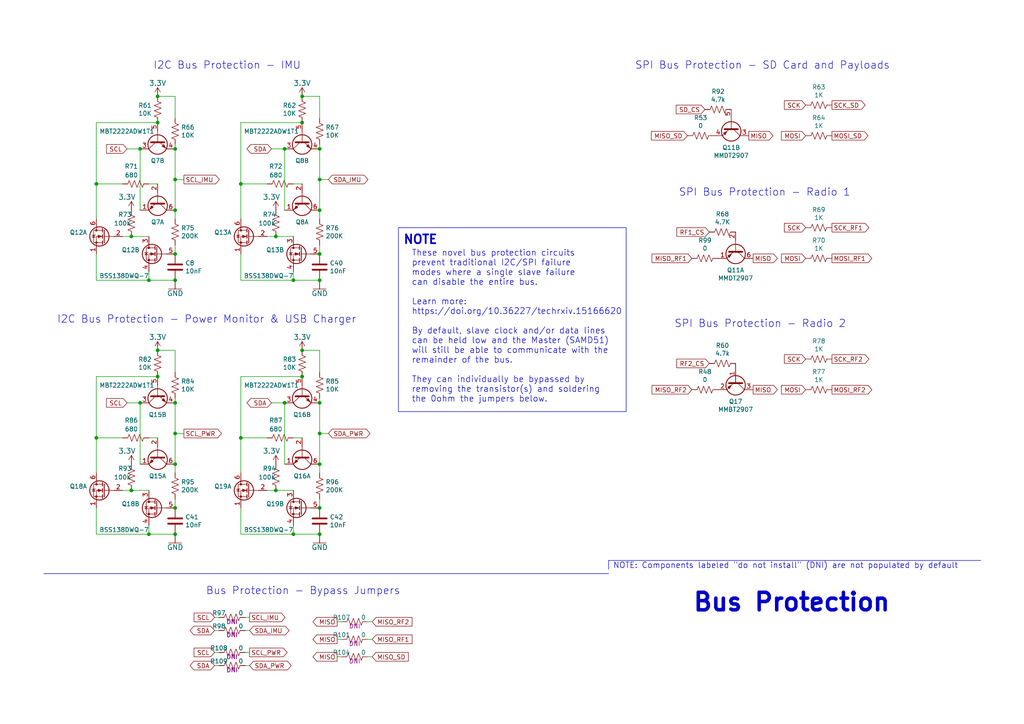
<source format=kicad_sch>
(kicad_sch (version 20230121) (generator eeschema)
  (paper "A4")
  (title_block (title "PyCubed Mainboard") (date "2021-06-09") (rev "v05c") (company "Max Holliday"))
  (lib_symbols
    (symbol "Device:C" (pin_numbers hide) (pin_names (offset 0.254))
      (property "Reference" "C" (at 0.635 2.54 0))
      (property "Value" "C" (at 0.635 -2.54 0))
      (symbol "C_0_1"
        (polyline (pts (xy -2.032 -0.762) (xy 2.032 -0.762)) (stroke (width 0.508)))
        (polyline (pts (xy -2.032 0.762) (xy 2.032 0.762)) (stroke (width 0.508)))
      )
      (symbol "C_1_1"
        (pin passive line (at 0 3.81 270) (length 2.794) (name "~") (number "1"))
        (pin passive line (at 0 -3.81 90) (length 2.794) (name "~") (number "2"))
      )
    )
    (symbol "Device:R_US" (pin_numbers hide) (pin_names (offset 0))
      (property "Reference" "R" (at 2.54 0 90))
      (property "Value" "R_US" (at -2.54 0 90))
      (symbol "R_US_0_1"
        (polyline (pts (xy 0 -2.286) (xy 0 -2.54)))
        (polyline (pts (xy 0 2.286) (xy 0 2.54)))
        (polyline (pts (xy 0 -0.762) (xy 1.016 -1.143) (xy 0 -1.524) (xy -1.016 -1.905) (xy 0 -2.286)))
        (polyline (pts (xy 0 0.762) (xy 1.016 0.381) (xy 0 0) (xy -1.016 -0.381) (xy 0 -0.762)))
        (polyline (pts (xy 0 2.286) (xy 1.016 1.905) (xy 0 1.524) (xy -1.016 1.143) (xy 0 0.762)))
      )
      (symbol "R_US_1_1"
        (pin passive line (at 0 3.81 270) (length 1.27) (name "~") (number "1"))
        (pin passive line (at 0 -3.81 90) (length 1.27) (name "~") (number "2"))
      )
    )
    (symbol "Transistor_BJT:MBT2222ADW1T1" (pin_names (offset 0) hide)
      (property "Reference" "Q" (at 5.08 1.27 0))
      (property "Value" "MBT2222ADW1T1" (at 5.08 -1.27 0))
      (symbol "MBT2222ADW1T1_0_1"
        (polyline (pts (xy 0.635 0) (xy -2.54 0)))
        (polyline (pts (xy 0.635 0.635) (xy 2.54 2.54)))
        (polyline (pts (xy 0.635 -0.635) (xy 2.54 -2.54) (xy 2.54 -2.54)))
        (polyline (pts (xy 0.635 1.905) (xy 0.635 -1.905) (xy 0.635 -1.905)) (stroke (width 0.508)))
        (polyline (pts (xy 1.27 -1.778) (xy 1.778 -1.27) (xy 2.286 -2.286) (xy 1.27 -1.778) (xy 1.27 -1.778)) (fill (type outline)))
        (circle (center 1.27 0) (radius 2.8194) (stroke (width 0.254)))
      )
      (symbol "MBT2222ADW1T1_1_1"
        (pin passive line (at 2.54 -5.08 90) (length 2.54) (name "E1") (number "1"))
        (pin input line (at -5.08 0 0) (length 2.54) (name "B1") (number "2"))
        (pin passive line (at 2.54 5.08 270) (length 2.54) (name "C1") (number "6"))
      )
      (symbol "MBT2222ADW1T1_2_1"
        (pin passive line (at 2.54 5.08 270) (length 2.54) (name "C2") (number "3"))
        (pin passive line (at 2.54 -5.08 90) (length 2.54) (name "E2") (number "4"))
        (pin input line (at -5.08 0 0) (length 2.54) (name "B2") (number "5"))
      )
    )
    (symbol "mainboard:3.3V" (power) (pin_names (offset 1.016))
      (property "Value" "3.3V" (at -1.016 3.556 0))
      (symbol "3.3V_1_0"
        (polyline (pts (xy 0 2.54) (xy -0.762 1.27)))
        (polyline (pts (xy 0.762 1.27) (xy 0 2.54)))
        (pin power_in line (at 0 0 90) (length 2.54) (name "3.3V") (number "1"))
      )
    )
    (symbol "mainboard:BSS138DWQ-7" (pin_names (offset 0.762) hide)
      (property "Reference" "Q" (at -2.54 5.08 0))
      (property "Value" "BSS138DWQ-7" (at 3.81 6.35 0))
      (symbol "BSS138DWQ-7_1_1"
        (polyline (pts (xy -1.016 0) (xy -3.81 0)))
        (polyline (pts (xy -1.016 1.905) (xy -1.016 -1.905)) (stroke (width 0.254)))
        (polyline (pts (xy -0.508 -1.27) (xy -0.508 -2.286)) (stroke (width 0.254)))
        (polyline (pts (xy -0.508 0.508) (xy -0.508 -0.508)) (stroke (width 0.254)))
        (polyline (pts (xy -0.508 2.286) (xy -0.508 1.27)) (stroke (width 0.254)))
        (polyline (pts (xy 1.27 2.54) (xy 1.27 1.778)))
        (polyline (pts (xy 1.27 -2.54) (xy 1.27 0) (xy -0.508 0)))
        (polyline (pts (xy -0.508 -1.778) (xy 2.032 -1.778) (xy 2.032 1.778) (xy -0.508 1.778)))
        (polyline (pts (xy -0.254 0) (xy 0.762 0.381) (xy 0.762 -0.381) (xy -0.254 0)) (fill (type outline)))
        (polyline (pts (xy 1.524 0.508) (xy 1.651 0.381) (xy 2.413 0.381) (xy 2.54 0.254)))
        (polyline (pts (xy 2.032 0.381) (xy 1.651 -0.254) (xy 2.413 -0.254) (xy 2.032 0.381)))
        (circle (center 0.381 0) (radius 2.794) (stroke (width 0.254)))
        (circle (center 1.27 -1.778) (radius 0.254) (fill (type outline)))
        (circle (center 1.27 1.778) (radius 0.254) (fill (type outline)))
        (pin passive line (at 1.27 -5.08 90) (length 2.54) (name "S2") (number "1"))
        (pin input line (at -6.35 0 0) (length 2.54) (name "G2") (number "2"))
        (pin passive line (at 1.27 5.08 270) (length 2.54) (name "D1") (number "6"))
      )
      (symbol "BSS138DWQ-7_2_1"
        (polyline (pts (xy -1.016 0) (xy -3.81 0)))
        (polyline (pts (xy -1.016 1.905) (xy -1.016 -1.905)) (stroke (width 0.254)))
        (polyline (pts (xy -0.508 -1.27) (xy -0.508 -2.286)) (stroke (width 0.254)))
        (polyline (pts (xy -0.508 0.508) (xy -0.508 -0.508)) (stroke (width 0.254)))
        (polyline (pts (xy -0.508 2.286) (xy -0.508 1.27)) (stroke (width 0.254)))
        (polyline (pts (xy 1.27 2.54) (xy 1.27 1.778)))
        (polyline (pts (xy 1.27 -2.54) (xy 1.27 0) (xy -0.508 0)))
        (polyline (pts (xy -0.508 -1.778) (xy 2.032 -1.778) (xy 2.032 1.778) (xy -0.508 1.778)))
        (polyline (pts (xy -0.254 0) (xy 0.762 0.381) (xy 0.762 -0.381) (xy -0.254 0)) (fill (type outline)))
        (polyline (pts (xy 1.524 0.508) (xy 1.651 0.381) (xy 2.413 0.381) (xy 2.54 0.254)))
        (polyline (pts (xy 2.032 0.381) (xy 1.651 -0.254) (xy 2.413 -0.254) (xy 2.032 0.381)))
        (circle (center 0.381 0) (radius 2.794) (stroke (width 0.254)))
        (circle (center 1.27 -1.778) (radius 0.254) (fill (type outline)))
        (circle (center 1.27 1.778) (radius 0.254) (fill (type outline)))
        (pin passive line (at 1.27 5.08 270) (length 2.54) (name "D2") (number "3"))
        (pin passive line (at 1.27 -5.08 90) (length 2.54) (name "S1") (number "4"))
        (pin input line (at -6.35 0 0) (length 2.54) (name "G1") (number "5"))
      )
    )
    (symbol "mainboard:GND" (power) (pin_names (offset 1.016))
      (property "Value" "GND" (at -2.54 -2.54 0))
      (symbol "GND_1_0"
        (polyline (pts (xy -1.905 0) (xy 1.905 0)))
        (pin power_in line (at 0 2.54 270) (length 2.54) (name "GND") (number "1"))
      )
    )
    (symbol "mainboard:MMBT2907" (pin_names (offset 0) hide)
      (property "Reference" "Q" (at 5.08 1.905 0))
      (property "Value" "MMBT2907" (at 5.08 0 0))
      (symbol "MMBT2907_0_1"
        (polyline (pts (xy 0.635 0.635) (xy 2.54 2.54)))
        (polyline (pts (xy 0.635 -0.635) (xy 2.54 -2.54) (xy 2.54 -2.54)))
        (polyline (pts (xy 0.635 1.905) (xy 0.635 -1.905) (xy 0.635 -1.905)) (stroke (width 0.508)))
        (polyline (pts (xy 2.286 -1.778) (xy 1.778 -2.286) (xy 1.27 -1.27) (xy 2.286 -1.778) (xy 2.286 -1.778)) (fill (type outline)))
        (circle (center 1.27 0) (radius 2.8194) (stroke (width 0.254)))
      )
      (symbol "MMBT2907_1_1"
        (pin input line (at -5.08 0 0) (length 5.715) (name "B") (number "1"))
        (pin passive line (at 2.54 -5.08 90) (length 2.54) (name "E") (number "2"))
        (pin passive line (at 2.54 5.08 270) (length 2.54) (name "C") (number "3"))
      )
    )
    (symbol "mainboard:MMDT2907" (pin_names (offset 0) hide)
      (property "Reference" "Q" (at 5.08 1.27 0))
      (property "Value" "MMDT2907" (at 5.08 -1.27 0))
      (symbol "MMDT2907_0_1"
        (polyline (pts (xy 0.635 0) (xy -2.54 0)))
        (polyline (pts (xy 0.635 0.635) (xy 2.54 2.54)))
        (polyline (pts (xy 0.635 -0.635) (xy 2.54 -2.54) (xy 2.54 -2.54)))
        (polyline (pts (xy 0.635 1.905) (xy 0.635 -1.905) (xy 0.635 -1.905)) (stroke (width 0.508)))
        (polyline (pts (xy 2.286 -1.778) (xy 1.778 -2.286) (xy 1.27 -1.27) (xy 2.286 -1.778) (xy 2.286 -1.778)) (fill (type outline)))
        (circle (center 1.27 0) (radius 2.8194) (stroke (width 0.254)))
      )
      (symbol "MMDT2907_1_1"
        (pin passive line (at 2.54 -5.08 90) (length 2.54) (name "E1") (number "1"))
        (pin input line (at -5.08 0 0) (length 2.54) (name "B1") (number "2"))
        (pin passive line (at 2.54 5.08 270) (length 2.54) (name "C1") (number "6"))
      )
      (symbol "MMDT2907_2_1"
        (pin passive line (at 2.54 5.08 270) (length 2.54) (name "C2") (number "3"))
        (pin passive line (at 2.54 -5.08 90) (length 2.54) (name "E2") (number "4"))
        (pin input line (at -5.08 0 0) (length 2.54) (name "B2") (number "5"))
      )
    )
  )
  (junction (at 92.71 52.07))
  (junction (at 82.55 43.18))
  (junction (at 85.09 81.28))
  (junction (at 92.71 73.66))
  (junction (at 87.63 35.56))
  (junction (at 50.8 116.84))
  (junction (at 40.64 43.18))
  (junction (at 50.8 43.18))
  (junction (at 85.09 154.94))
  (junction (at 92.71 147.32))
  (junction (at 92.71 116.84))
  (junction (at 50.8 60.96))
  (junction (at 92.71 60.96))
  (junction (at 45.72 109.22))
  (junction (at 87.63 109.22))
  (junction (at 50.8 147.32))
  (junction (at 80.01 142.24))
  (junction (at 38.1 68.58))
  (junction (at 45.72 101.6))
  (junction (at 27.94 53.34))
  (junction (at 50.8 81.28))
  (junction (at 69.85 53.34))
  (junction (at 40.64 116.84))
  (junction (at 45.72 35.56))
  (junction (at 50.8 154.94))
  (junction (at 92.71 154.94))
  (junction (at 50.8 134.62))
  (junction (at 43.18 154.94))
  (junction (at 92.71 43.18))
  (junction (at 92.71 81.28))
  (junction (at 87.63 27.94))
  (junction (at 87.63 101.6))
  (junction (at 50.8 125.73))
  (junction (at 38.1 142.24))
  (junction (at 43.18 81.28))
  (junction (at 69.85 127))
  (junction (at 50.8 52.07))
  (junction (at 92.71 125.73))
  (junction (at 27.94 127))
  (junction (at 82.55 116.84))
  (junction (at 45.72 27.94))
  (junction (at 50.8 73.66))
  (junction (at 92.71 134.62))
  (junction (at 80.01 68.58))
  (wire (pts (xy 27.94 35.56) (xy 45.72 35.56)))
  (wire (pts (xy 50.8 144.78) (xy 50.8 147.32)))
  (wire (pts (xy 43.18 68.58) (xy 38.1 68.58)))
  (wire (pts (xy 69.85 73.66) (xy 69.85 81.28)))
  (wire (pts (xy 97.79 190.5) (xy 99.06 190.5)))
  (wire (pts (xy 38.1 142.24) (xy 35.56 142.24)))
  (wire (pts (xy 107.95 185.42) (xy 106.68 185.42)))
  (wire (pts (xy 50.8 101.6) (xy 45.72 101.6)))
  (wire (pts (xy 92.71 137.16) (xy 92.71 134.62)))
  (wire (pts (xy 69.85 63.5) (xy 69.85 53.34)))
  (wire (pts (xy 27.94 137.16) (xy 27.94 127)))
  (wire (pts (xy 27.94 63.5) (xy 27.94 53.34)))
  (wire (pts (xy 50.8 52.07) (xy 50.8 43.18)))
  (wire (pts (xy 43.18 78.74) (xy 43.18 81.28)))
  (wire (pts (xy 69.85 154.94) (xy 85.09 154.94)))
  (wire (pts (xy 87.63 127) (xy 85.09 127)))
  (wire (pts (xy 50.8 107.95) (xy 50.8 101.6)))
  (polyline (pts (xy 12.7 166.37) (xy 176.53 166.37)))
  (wire (pts (xy 43.18 81.28) (xy 50.8 81.28)))
  (wire (pts (xy 107.95 180.34) (xy 106.68 180.34)))
  (wire (pts (xy 53.34 52.07) (xy 50.8 52.07)))
  (wire (pts (xy 69.85 53.34) (xy 77.47 53.34)))
  (wire (pts (xy 43.18 152.4) (xy 43.18 154.94)))
  (wire (pts (xy 50.8 34.29) (xy 50.8 27.94)))
  (wire (pts (xy 85.09 68.58) (xy 80.01 68.58)))
  (wire (pts (xy 92.71 60.96) (xy 92.71 52.07)))
  (wire (pts (xy 69.85 53.34) (xy 69.85 35.56)))
  (wire (pts (xy 43.18 142.24) (xy 38.1 142.24)))
  (wire (pts (xy 69.85 109.22) (xy 87.63 109.22)))
  (wire (pts (xy 50.8 71.12) (xy 50.8 73.66)))
  (wire (pts (xy 80.01 68.58) (xy 77.47 68.58)))
  (wire (pts (xy 62.23 189.23) (xy 63.5 189.23)))
  (wire (pts (xy 87.63 53.34) (xy 85.09 53.34)))
  (wire (pts (xy 50.8 60.96) (xy 50.8 52.07)))
  (wire (pts (xy 27.94 53.34) (xy 35.56 53.34)))
  (wire (pts (xy 72.39 189.23) (xy 71.12 189.23)))
  (wire (pts (xy 36.83 116.84) (xy 40.64 116.84)))
  (wire (pts (xy 92.71 27.94) (xy 87.63 27.94)))
  (wire (pts (xy 50.8 63.5) (xy 50.8 60.96)))
  (wire (pts (xy 50.8 115.57) (xy 50.8 116.84)))
  (wire (pts (xy 50.8 41.91) (xy 50.8 43.18)))
  (polyline (pts (xy 176.53 165.1) (xy 176.53 162.56)))
  (wire (pts (xy 50.8 134.62) (xy 50.8 125.73)))
  (wire (pts (xy 85.09 142.24) (xy 80.01 142.24)))
  (polyline (pts (xy 181.61 119.38) (xy 181.61 66.04)))
  (wire (pts (xy 69.85 127) (xy 77.47 127)))
  (wire (pts (xy 53.34 125.73) (xy 50.8 125.73)))
  (wire (pts (xy 72.39 182.88) (xy 71.12 182.88)))
  (wire (pts (xy 45.72 53.34) (xy 43.18 53.34)))
  (wire (pts (xy 36.83 43.18) (xy 40.64 43.18)))
  (wire (pts (xy 78.74 43.18) (xy 82.55 43.18)))
  (wire (pts (xy 27.94 154.94) (xy 43.18 154.94)))
  (wire (pts (xy 85.09 78.74) (xy 85.09 81.28)))
  (wire (pts (xy 92.71 134.62) (xy 92.71 125.73)))
  (wire (pts (xy 82.55 116.84) (xy 82.55 134.62)))
  (wire (pts (xy 50.8 137.16) (xy 50.8 134.62)))
  (wire (pts (xy 82.55 43.18) (xy 82.55 60.96)))
  (wire (pts (xy 27.94 127) (xy 35.56 127)))
  (wire (pts (xy 92.71 101.6) (xy 87.63 101.6)))
  (wire (pts (xy 27.94 127) (xy 27.94 109.22)))
  (wire (pts (xy 92.71 63.5) (xy 92.71 60.96)))
  (wire (pts (xy 62.23 179.07) (xy 63.5 179.07)))
  (wire (pts (xy 50.8 125.73) (xy 50.8 116.84)))
  (wire (pts (xy 38.1 68.58) (xy 35.56 68.58)))
  (wire (pts (xy 72.39 193.04) (xy 71.12 193.04)))
  (wire (pts (xy 92.71 41.91) (xy 92.71 43.18)))
  (wire (pts (xy 80.01 142.24) (xy 77.47 142.24)))
  (wire (pts (xy 27.94 147.32) (xy 27.94 154.94)))
  (wire (pts (xy 69.85 147.32) (xy 69.85 154.94)))
  (wire (pts (xy 92.71 125.73) (xy 92.71 116.84)))
  (wire (pts (xy 92.71 52.07) (xy 92.71 43.18)))
  (wire (pts (xy 92.71 34.29) (xy 92.71 27.94)))
  (wire (pts (xy 69.85 81.28) (xy 85.09 81.28)))
  (wire (pts (xy 85.09 154.94) (xy 92.71 154.94)))
  (wire (pts (xy 85.09 81.28) (xy 92.71 81.28)))
  (wire (pts (xy 40.64 116.84) (xy 40.64 134.62)))
  (wire (pts (xy 43.18 154.94) (xy 50.8 154.94)))
  (wire (pts (xy 27.94 53.34) (xy 27.94 35.56)))
  (wire (pts (xy 62.23 193.04) (xy 63.5 193.04)))
  (wire (pts (xy 69.85 137.16) (xy 69.85 127)))
  (wire (pts (xy 92.71 71.12) (xy 92.71 73.66)))
  (wire (pts (xy 45.72 127) (xy 43.18 127)))
  (wire (pts (xy 78.74 116.84) (xy 82.55 116.84)))
  (polyline (pts (xy 181.61 66.04) (xy 115.57 66.04)))
  (wire (pts (xy 85.09 152.4) (xy 85.09 154.94)))
  (wire (pts (xy 69.85 35.56) (xy 87.63 35.56)))
  (wire (pts (xy 97.79 185.42) (xy 99.06 185.42)))
  (wire (pts (xy 50.8 27.94) (xy 45.72 27.94)))
  (wire (pts (xy 72.39 179.07) (xy 71.12 179.07)))
  (wire (pts (xy 92.71 107.95) (xy 92.71 101.6)))
  (wire (pts (xy 92.71 115.57) (xy 92.71 116.84)))
  (wire (pts (xy 95.25 125.73) (xy 92.71 125.73)))
  (polyline (pts (xy 115.57 119.38) (xy 181.61 119.38)))
  (wire (pts (xy 27.94 81.28) (xy 43.18 81.28)))
  (polyline (pts (xy 115.57 66.04) (xy 115.57 119.38)))
  (wire (pts (xy 69.85 127) (xy 69.85 109.22)))
  (wire (pts (xy 27.94 73.66) (xy 27.94 81.28)))
  (polyline (pts (xy 176.53 162.56) (xy 284.48 162.56)))
  (wire (pts (xy 97.79 180.34) (xy 99.06 180.34)))
  (wire (pts (xy 62.23 182.88) (xy 63.5 182.88)))
  (wire (pts (xy 107.95 190.5) (xy 106.68 190.5)))
  (wire (pts (xy 95.25 52.07) (xy 92.71 52.07)))
  (wire (pts (xy 27.94 109.22) (xy 45.72 109.22)))
  (wire (pts (xy 40.64 43.18) (xy 40.64 60.96)))
  (wire (pts (xy 92.71 144.78) (xy 92.71 147.32)))
  (text "NOTE" (at 116.84 71.12 0) (effects (font (size 2.54 2.54) (thickness 0.508) bold) (justify left bottom)))
  (text "Bus Protection - Bypass Jumpers" (at 59.69 172.72 0) (effects (font (size 2.159 2.159)) (justify left bottom)))
  (text "I2C Bus Protection - Power Monitor & USB Charger" (at 16.51 93.98 0) (effects (font (size 2.159 2.159)) (justify left bottom)))
  (text "SPI Bus Protection - Radio 1" (at 196.85 57.15 0) (effects (font (size 2.159 2.159)) (justify left bottom)))
  (text "These novel bus protection circuits\nprevent traditional I2C/SPI failure \nmodes where a single slave failure\ncan disable the entire bus.\n\nLearn more: \nhttps://doi.org/10.36227/techrxiv.15166620\n\nBy default, slave clock and/or data lines \ncan be held low and the Master (SAMD51) \nwill still be able to communicate with the \nremainder of the bus.\n\nThey can individually be bypassed by \nremoving the transistor(s) and soldering\nthe 0ohm the jumpers below." (at 119.38 116.84 0) (effects (font (size 1.7526 1.7526)) (justify left bottom)))
  (text "NOTE: Components labeled \"do not install\" (DNI) are not populated by default" (at 177.8 165.1 0) (effects (font (size 1.651 1.651)) (justify left bottom)))
  (text "I2C Bus Protection - IMU" (at 44.45 20.32 0) (effects (font (size 2.159 2.159)) (justify left bottom)))
  (text "SPI Bus Protection - Radio 2" (at 195.58 95.25 0) (effects (font (size 2.159 2.159)) (justify left bottom)))
  (text "SPI Bus Protection - SD Card and Payloads" (at 184.15 20.32 0) (effects (font (size 2.159 2.159)) (justify left bottom)))
  (text "Bus Protection" (at 200.66 177.8 0) (effects (font (size 5.08 5.08) (thickness 1.016) bold) (justify left bottom)))
  (global_label "MISO" (shape output) (at 218.44 74.93 0) (property "Intersheetrefs" "${INTERSHEET_REFS}" (effects hide)))
  (global_label "SDA" (shape bidirectional) (at 62.23 182.88 180) (property "Intersheetrefs" "${INTERSHEET_REFS}" (effects hide)))
  (global_label "MOSI_RF1" (shape output) (at 241.3 74.93 0) (property "Intersheetrefs" "${INTERSHEET_REFS}" (effects hide)))
  (global_label "MOSI_SD" (shape output) (at 241.3 39.37 0) (property "Intersheetrefs" "${INTERSHEET_REFS}" (effects hide)))
  (global_label "MISO_RF1" (shape input) (at 107.95 185.42 0) (property "Intersheetrefs" "${INTERSHEET_REFS}" (effects hide)))
  (global_label "SCL_PWR" (shape output) (at 72.39 189.23 0) (property "Intersheetrefs" "${INTERSHEET_REFS}" (effects hide)))
  (global_label "SCL" (shape input) (at 62.23 189.23 180) (property "Intersheetrefs" "${INTERSHEET_REFS}" (effects hide)))
  (global_label "MISO" (shape output) (at 97.79 190.5 180) (property "Intersheetrefs" "${INTERSHEET_REFS}" (effects hide)))
  (global_label "SCK_SD" (shape output) (at 241.3 30.48 0) (property "Intersheetrefs" "${INTERSHEET_REFS}" (effects hide)))
  (global_label "MOSI_RF2" (shape output) (at 241.3 113.03 0) (property "Intersheetrefs" "${INTERSHEET_REFS}" (effects hide)))
  (global_label "MISO" (shape output) (at 97.79 180.34 180) (property "Intersheetrefs" "${INTERSHEET_REFS}" (effects hide)))
  (global_label "SDA" (shape bidirectional) (at 62.23 193.04 180) (property "Intersheetrefs" "${INTERSHEET_REFS}" (effects hide)))
  (global_label "MISO_RF2" (shape input) (at 200.66 113.03 180) (property "Intersheetrefs" "${INTERSHEET_REFS}" (effects hide)))
  (global_label "MOSI" (shape input) (at 233.68 113.03 180) (property "Intersheetrefs" "${INTERSHEET_REFS}" (effects hide)))
  (global_label "MISO" (shape output) (at 218.44 113.03 0) (property "Intersheetrefs" "${INTERSHEET_REFS}" (effects hide)))
  (global_label "RF1_CS" (shape input) (at 205.74 67.31 180) (property "Intersheetrefs" "${INTERSHEET_REFS}" (effects hide)))
  (global_label "SCL_IMU" (shape output) (at 53.34 52.07 0) (property "Intersheetrefs" "${INTERSHEET_REFS}" (effects hide)))
  (global_label "SCL" (shape input) (at 36.83 43.18 180) (property "Intersheetrefs" "${INTERSHEET_REFS}" (effects hide)))
  (global_label "SCL" (shape input) (at 62.23 179.07 180) (property "Intersheetrefs" "${INTERSHEET_REFS}" (effects hide)))
  (global_label "MISO_SD" (shape input) (at 107.95 190.5 0) (property "Intersheetrefs" "${INTERSHEET_REFS}" (effects hide)))
  (global_label "MOSI" (shape input) (at 233.68 74.93 180) (property "Intersheetrefs" "${INTERSHEET_REFS}" (effects hide)))
  (global_label "SDA_IMU" (shape bidirectional) (at 72.39 182.88 0) (property "Intersheetrefs" "${INTERSHEET_REFS}" (effects hide)))
  (global_label "RF2_CS" (shape input) (at 205.74 105.41 180) (property "Intersheetrefs" "${INTERSHEET_REFS}" (effects hide)))
  (global_label "SDA" (shape bidirectional) (at 78.74 116.84 180) (property "Intersheetrefs" "${INTERSHEET_REFS}" (effects hide)))
  (global_label "SCL_IMU" (shape output) (at 72.39 179.07 0) (property "Intersheetrefs" "${INTERSHEET_REFS}" (effects hide)))
  (global_label "SCL_PWR" (shape output) (at 53.34 125.73 0) (property "Intersheetrefs" "${INTERSHEET_REFS}" (effects hide)))
  (global_label "SDA" (shape bidirectional) (at 78.74 43.18 180) (property "Intersheetrefs" "${INTERSHEET_REFS}" (effects hide)))
  (global_label "SD_CS" (shape input) (at 204.47 31.75 180) (property "Intersheetrefs" "${INTERSHEET_REFS}" (effects hide)))
  (global_label "MISO_RF2" (shape input) (at 107.95 180.34 0) (property "Intersheetrefs" "${INTERSHEET_REFS}" (effects hide)))
  (global_label "MISO" (shape output) (at 97.79 185.42 180) (property "Intersheetrefs" "${INTERSHEET_REFS}" (effects hide)))
  (global_label "SCL" (shape input) (at 36.83 116.84 180) (property "Intersheetrefs" "${INTERSHEET_REFS}" (effects hide)))
  (global_label "MOSI" (shape input) (at 233.68 39.37 180) (property "Intersheetrefs" "${INTERSHEET_REFS}" (effects hide)))
  (global_label "SDA_IMU" (shape bidirectional) (at 95.25 52.07 0) (property "Intersheetrefs" "${INTERSHEET_REFS}" (effects hide)))
  (global_label "SDA_PWR" (shape bidirectional) (at 72.39 193.04 0) (property "Intersheetrefs" "${INTERSHEET_REFS}" (effects hide)))
  (global_label "SCK_RF2" (shape output) (at 241.3 104.14 0) (property "Intersheetrefs" "${INTERSHEET_REFS}" (effects hide)))
  (global_label "SCK" (shape input) (at 233.68 30.48 180) (property "Intersheetrefs" "${INTERSHEET_REFS}" (effects hide)))
  (global_label "MISO_RF1" (shape input) (at 200.66 74.93 180) (property "Intersheetrefs" "${INTERSHEET_REFS}" (effects hide)))
  (global_label "SCK" (shape input) (at 233.68 104.14 180) (property "Intersheetrefs" "${INTERSHEET_REFS}" (effects hide)))
  (global_label "MISO" (shape output) (at 217.17 39.37 0) (property "Intersheetrefs" "${INTERSHEET_REFS}" (effects hide)))
  (global_label "SCK_RF1" (shape output) (at 241.3 66.04 0) (property "Intersheetrefs" "${INTERSHEET_REFS}" (effects hide)))
  (global_label "SDA_PWR" (shape bidirectional) (at 95.25 125.73 0) (property "Intersheetrefs" "${INTERSHEET_REFS}" (effects hide)))
  (global_label "MISO_SD" (shape input) (at 199.39 39.37 180) (property "Intersheetrefs" "${INTERSHEET_REFS}" (effects hide)))
  (global_label "SCK" (shape input) (at 233.68 66.04 180) (property "Intersheetrefs" "${INTERSHEET_REFS}" (effects hide)))
  (symbol (lib_id "mainboard:BSS138DWQ-7") (at 29.21 68.58 0) (mirror y) (unit 1)
    (property "Reference" "Q12" (at 25.273 67.4116 0) (effects (justify left)))
    (property "Value" "BSS138DWQ-7" (at 43.18 80.01 0) (effects (justify left)))
    (property "Footprint" "mainboard:BSS138DWQ-7" (effects hide))
    (property "Datasheet" "https://www.diodes.com/assets/Datasheets/BSS138DWQ.pdf" (effects hide))
    (property "Description" "Dual N-Channel MOSFET - 2NMOS" (effects hide))
    (property "Flight" "BSS138DWQ-7" (effects hide))
    (property "Manufacturer_Name" "Diodes Incorporated" (effects hide))
    (property "Manufacturer_Part_Number" "BSS138DWQ-7" (effects hide))
    (property "Proto" "BSS138DWQ-7" (effects hide))
  )
  (symbol (lib_id "mainboard:BSS138DWQ-7") (at 44.45 73.66 0) (mirror y) (unit 2)
    (property "Reference" "Q12" (at 40.513 72.4916 0) (effects (justify left)))
    (property "Value" "BSS138DWQ-7" (effects hide))
    (property "Footprint" "mainboard:BSS138DWQ-7" (effects hide))
    (property "Datasheet" "https://www.diodes.com/assets/Datasheets/BSS138DWQ.pdf" (effects hide))
    (property "Description" "Dual N-Channel MOSFET - 2NMOS" (effects hide))
    (property "Flight" "BSS138DWQ-7" (effects hide))
    (property "Manufacturer_Name" "Diodes Incorporated" (effects hide))
    (property "Manufacturer_Part_Number" "BSS138DWQ-7" (effects hide))
    (property "Proto" "BSS138DWQ-7" (effects hide))
  )
  (symbol (lib_id "Transistor_BJT:MBT2222ADW1T1") (at 45.72 58.42 270) (unit 1)
    (property "Reference" "Q7" (at 45.72 64.4144 90))
    (property "Value" "MBT2222ADW1T1" (effects hide))
    (property "Footprint" "Package_TO_SOT_SMD:SOT-363_SC-70-6" (effects hide))
    (property "Datasheet" "http://www.onsemi.com/pub_link/Collateral/MBT2222ADW1T1-D.PDF" (effects hide))
    (property "Description" "Dual NPN BJT - 2NPN" (effects hide))
    (property "Flight" "MBT2222ADW1T1G" (effects hide))
    (property "Manufacturer_Name" "ON Semiconductor" (effects hide))
    (property "Manufacturer_Part_Number" "MBT2222ADW1T1G" (effects hide))
    (property "Proto" "MBT2222ADW1T1G" (effects hide))
  )
  (symbol (lib_id "Transistor_BJT:MBT2222ADW1T1") (at 45.72 40.64 90) (mirror x) (unit 2)
    (property "Reference" "Q7" (at 45.72 46.609 90))
    (property "Value" "MBT2222ADW1T1" (at 36.83 38.1 90))
    (property "Footprint" "Package_TO_SOT_SMD:SOT-363_SC-70-6" (effects hide))
    (property "Datasheet" "http://www.onsemi.com/pub_link/Collateral/MBT2222ADW1T1-D.PDF" (effects hide))
    (property "Description" "Dual NPN BJT - 2NPN" (effects hide))
    (property "Flight" "MBT2222ADW1T1G" (effects hide))
    (property "Manufacturer_Name" "ON Semiconductor" (effects hide))
    (property "Manufacturer_Part_Number" "MBT2222ADW1T1G" (effects hide))
    (property "Proto" "MBT2222ADW1T1G" (effects hide))
  )
  (symbol (lib_id "Device:C") (at 50.8 77.47 0) (unit 1)
    (property "Reference" "C8" (at 53.721 76.3016 0) (effects (justify left)))
    (property "Value" "10nF" (at 53.721 78.613 0) (effects (justify left)))
    (property "Footprint" "Capacitor_SMD:C_0603_1608Metric" (effects hide))
    (property "Description" "10nF +-10% 50V X7R" (effects hide))
  )
  (symbol (lib_id "mainboard:GND") (at 50.8 83.82 0) (unit 1)
    (property "Reference" "#GND045" (effects hide))
    (property "Value" "GND" (at 50.8 85.09 0) (effects (font (size 1.4986 1.4986))))
  )
  (symbol (lib_id "Device:R_US") (at 50.8 38.1 0) (unit 1)
    (property "Reference" "R66" (at 52.5272 36.9316 0) (effects (justify left)))
    (property "Value" "10K" (at 52.5272 39.243 0) (effects (justify left)))
    (property "Footprint" "Resistor_SMD:R_0603_1608Metric" (effects hide))
    (property "Description" "10K 0603" (effects hide))
  )
  (symbol (lib_id "Device:R_US") (at 45.72 31.75 0) (unit 1)
    (property "Reference" "R61" (at 44.0182 30.5816 0) (effects (justify right)))
    (property "Value" "10K" (at 44.0182 32.893 0) (effects (justify right)))
    (property "Footprint" "Resistor_SMD:R_0603_1608Metric" (effects hide))
    (property "Description" "10K 0603" (effects hide))
  )
  (symbol (lib_id "mainboard:3.3V") (at 45.72 27.94 0) (unit 1)
    (property "Reference" "#P+01" (effects hide))
    (property "Value" "3.3V" (at 45.72 24.13 0) (effects (font (size 1.4986 1.4986))))
  )
  (symbol (lib_id "Device:R_US") (at 39.37 53.34 270) (unit 1)
    (property "Reference" "R71" (at 38.1 48.26 90))
    (property "Value" "680" (at 38.1 50.8 90))
    (property "Footprint" "Resistor_SMD:R_0603_1608Metric" (effects hide))
    (property "Description" "680 0603" (effects hide))
  )
  (symbol (lib_id "Device:R_US") (at 38.1 64.77 0) (unit 1)
    (property "Reference" "R73" (at 34.29 62.23 0) (effects (justify left)))
    (property "Value" "100K" (at 33.02 64.77 0) (effects (justify left)))
    (property "Footprint" "Resistor_SMD:R_0603_1608Metric" (effects hide))
    (property "Description" "100K 0603" (effects hide))
  )
  (symbol (lib_id "mainboard:3.3V") (at 38.1 60.96 0) (unit 1)
    (property "Reference" "#P+07" (effects hide))
    (property "Value" "3.3V" (at 36.83 57.15 0) (effects (font (size 1.4986 1.4986))))
  )
  (symbol (lib_id "Device:R_US") (at 50.8 67.31 0) (unit 1)
    (property "Reference" "R75" (at 52.5272 66.1416 0) (effects (justify left)))
    (property "Value" "200K" (at 52.5272 68.453 0) (effects (justify left)))
    (property "Footprint" "Resistor_SMD:R_0603_1608Metric" (effects hide))
    (property "Description" "200K 0603" (effects hide))
  )
  (symbol (lib_id "Transistor_BJT:MBT2222ADW1T1") (at 87.63 58.42 270) (unit 1)
    (property "Reference" "Q8" (at 87.63 64.4144 90))
    (property "Value" "MBT2222ADW1T1" (effects hide))
    (property "Footprint" "Package_TO_SOT_SMD:SOT-363_SC-70-6" (effects hide))
    (property "Datasheet" "http://www.onsemi.com/pub_link/Collateral/MBT2222ADW1T1-D.PDF" (effects hide))
    (property "Description" "Dual NPN BJT - 2NPN" (effects hide))
    (property "Flight" "MBT2222ADW1T1G" (effects hide))
    (property "Manufacturer_Name" "ON Semiconductor" (effects hide))
    (property "Manufacturer_Part_Number" "MBT2222ADW1T1G" (effects hide))
    (property "Proto" "MBT2222ADW1T1G" (effects hide))
  )
  (symbol (lib_id "Transistor_BJT:MBT2222ADW1T1") (at 87.63 40.64 90) (mirror x) (unit 2)
    (property "Reference" "Q8" (at 87.63 46.609 90))
    (property "Value" "MBT2222ADW1T1" (at 78.74 38.1 90))
    (property "Footprint" "Package_TO_SOT_SMD:SOT-363_SC-70-6" (effects hide))
    (property "Datasheet" "http://www.onsemi.com/pub_link/Collateral/MBT2222ADW1T1-D.PDF" (effects hide))
    (property "Description" "Dual NPN BJT - 2NPN" (effects hide))
    (property "Flight" "MBT2222ADW1T1G" (effects hide))
    (property "Manufacturer_Name" "ON Semiconductor" (effects hide))
    (property "Manufacturer_Part_Number" "MBT2222ADW1T1G" (effects hide))
    (property "Proto" "MBT2222ADW1T1G" (effects hide))
  )
  (symbol (lib_id "Device:C") (at 92.71 77.47 0) (unit 1)
    (property "Reference" "C40" (at 95.631 76.3016 0) (effects (justify left)))
    (property "Value" "10nF" (at 95.631 78.613 0) (effects (justify left)))
    (property "Footprint" "Capacitor_SMD:C_0603_1608Metric" (effects hide))
    (property "Description" "10nF +-10% 50V X7R" (effects hide))
  )
  (symbol (lib_id "mainboard:GND") (at 92.71 83.82 0) (unit 1)
    (property "Reference" "#GND046" (effects hide))
    (property "Value" "GND" (at 92.71 85.09 0) (effects (font (size 1.4986 1.4986))))
  )
  (symbol (lib_id "Device:R_US") (at 87.63 31.75 0) (unit 1)
    (property "Reference" "R62" (at 85.9282 30.5816 0) (effects (justify right)))
    (property "Value" "10K" (at 85.9282 32.893 0) (effects (justify right)))
    (property "Footprint" "Resistor_SMD:R_0603_1608Metric" (effects hide))
    (property "Description" "10K 0603" (effects hide))
  )
  (symbol (lib_id "mainboard:3.3V") (at 87.63 27.94 0) (unit 1)
    (property "Reference" "#P+02" (effects hide))
    (property "Value" "3.3V" (at 87.63 24.13 0) (effects (font (size 1.4986 1.4986))))
  )
  (symbol (lib_id "Device:R_US") (at 81.28 53.34 270) (unit 1)
    (property "Reference" "R72" (at 80.01 48.26 90))
    (property "Value" "680" (at 80.01 50.8 90))
    (property "Footprint" "Resistor_SMD:R_0603_1608Metric" (effects hide))
    (property "Description" "680 0603" (effects hide))
  )
  (symbol (lib_id "mainboard:BSS138DWQ-7") (at 86.36 73.66 0) (mirror y) (unit 2)
    (property "Reference" "Q13" (at 82.423 72.4916 0) (effects (justify left)))
    (property "Value" "BSS138DWQ-7" (effects hide))
    (property "Footprint" "mainboard:BSS138DWQ-7" (effects hide))
    (property "Datasheet" "https://www.diodes.com/assets/Datasheets/BSS138DWQ.pdf" (effects hide))
    (property "Description" "Dual N-Channel MOSFET - 2NMOS" (effects hide))
    (property "Flight" "BSS138DWQ-7" (effects hide))
    (property "Manufacturer_Name" "Diodes Incorporated" (effects hide))
    (property "Manufacturer_Part_Number" "BSS138DWQ-7" (effects hide))
    (property "Proto" "BSS138DWQ-7" (effects hide))
  )
  (symbol (lib_id "Device:R_US") (at 92.71 67.31 0) (unit 1)
    (property "Reference" "R76" (at 94.4372 66.1416 0) (effects (justify left)))
    (property "Value" "200K" (at 94.4372 68.453 0) (effects (justify left)))
    (property "Footprint" "Resistor_SMD:R_0603_1608Metric" (effects hide))
    (property "Description" "200K 0603" (effects hide))
  )
  (symbol (lib_id "mainboard:3.3V") (at 80.01 60.96 0) (unit 1)
    (property "Reference" "#P+08" (effects hide))
    (property "Value" "3.3V" (at 78.74 57.15 0) (effects (font (size 1.4986 1.4986))))
  )
  (symbol (lib_id "Device:R_US") (at 80.01 64.77 0) (unit 1)
    (property "Reference" "R74" (at 76.2 62.23 0) (effects (justify left)))
    (property "Value" "100K" (at 74.93 64.77 0) (effects (justify left)))
    (property "Footprint" "Resistor_SMD:R_0603_1608Metric" (effects hide))
    (property "Description" "100K 0603" (effects hide))
  )
  (symbol (lib_id "mainboard:BSS138DWQ-7") (at 71.12 68.58 0) (mirror y) (unit 1)
    (property "Reference" "Q13" (at 67.183 67.4116 0) (effects (justify left)))
    (property "Value" "BSS138DWQ-7" (at 85.09 80.01 0) (effects (justify left)))
    (property "Footprint" "mainboard:BSS138DWQ-7" (effects hide))
    (property "Datasheet" "https://www.diodes.com/assets/Datasheets/BSS138DWQ.pdf" (effects hide))
    (property "Description" "Dual N-Channel MOSFET - 2NMOS" (effects hide))
    (property "Flight" "BSS138DWQ-7" (effects hide))
    (property "Manufacturer_Name" "Diodes Incorporated" (effects hide))
    (property "Manufacturer_Part_Number" "BSS138DWQ-7" (effects hide))
    (property "Proto" "BSS138DWQ-7" (effects hide))
  )
  (symbol (lib_id "Device:R_US") (at 92.71 38.1 0) (unit 1)
    (property "Reference" "R67" (at 94.4372 36.9316 0) (effects (justify left)))
    (property "Value" "10K" (at 94.4372 39.243 0) (effects (justify left)))
    (property "Footprint" "Resistor_SMD:R_0603_1608Metric" (effects hide))
    (property "Description" "10K 0603" (effects hide))
  )
  (symbol (lib_id "Transistor_BJT:MBT2222ADW1T1") (at 45.72 114.3 90) (mirror x) (unit 2)
    (property "Reference" "Q15" (at 45.72 120.269 90))
    (property "Value" "MBT2222ADW1T1" (at 36.83 111.76 90))
    (property "Footprint" "Package_TO_SOT_SMD:SOT-363_SC-70-6" (effects hide))
    (property "Datasheet" "http://www.onsemi.com/pub_link/Collateral/MBT2222ADW1T1-D.PDF" (effects hide))
    (property "Description" "Dual NPN BJT - 2NPN" (effects hide))
    (property "Flight" "MBT2222ADW1T1G" (effects hide))
    (property "Manufacturer_Name" "ON Semiconductor" (effects hide))
    (property "Manufacturer_Part_Number" "MBT2222ADW1T1G" (effects hide))
    (property "Proto" "MBT2222ADW1T1G" (effects hide))
  )
  (symbol (lib_id "Device:C") (at 50.8 151.13 0) (unit 1)
    (property "Reference" "C41" (at 53.721 149.9616 0) (effects (justify left)))
    (property "Value" "10nF" (at 53.721 152.273 0) (effects (justify left)))
    (property "Footprint" "Capacitor_SMD:C_0603_1608Metric" (effects hide))
    (property "Description" "10nF +-10% 50V X7R" (effects hide))
  )
  (symbol (lib_id "mainboard:GND") (at 50.8 157.48 0) (unit 1)
    (property "Reference" "#GND050" (effects hide))
    (property "Value" "GND" (at 50.8 158.75 0) (effects (font (size 1.4986 1.4986))))
  )
  (symbol (lib_id "Device:R_US") (at 45.72 105.41 0) (unit 1)
    (property "Reference" "R82" (at 44.0182 104.2416 0) (effects (justify right)))
    (property "Value" "10K" (at 44.0182 106.553 0) (effects (justify right)))
    (property "Footprint" "Resistor_SMD:R_0603_1608Metric" (effects hide))
    (property "Description" "10K 0603" (effects hide))
  )
  (symbol (lib_id "mainboard:3.3V") (at 45.72 101.6 0) (unit 1)
    (property "Reference" "#P+012" (effects hide))
    (property "Value" "3.3V" (at 45.72 97.79 0) (effects (font (size 1.4986 1.4986))))
  )
  (symbol (lib_id "Device:R_US") (at 39.37 127 270) (unit 1)
    (property "Reference" "R86" (at 38.1 121.92 90))
    (property "Value" "680" (at 38.1 124.46 90))
    (property "Footprint" "Resistor_SMD:R_0603_1608Metric" (effects hide))
    (property "Description" "680 0603" (effects hide))
  )
  (symbol (lib_id "mainboard:BSS138DWQ-7") (at 44.45 147.32 0) (mirror y) (unit 2)
    (property "Reference" "Q18" (at 40.513 146.1516 0) (effects (justify left)))
    (property "Value" "BSS138DWQ-7" (effects hide))
    (property "Footprint" "mainboard:BSS138DWQ-7" (effects hide))
    (property "Datasheet" "https://www.diodes.com/assets/Datasheets/BSS138DWQ.pdf" (effects hide))
    (property "Description" "Dual N-Channel MOSFET - 2NMOS" (effects hide))
    (property "Flight" "BSS138DWQ-7" (effects hide))
    (property "Manufacturer_Name" "Diodes Incorporated" (effects hide))
    (property "Manufacturer_Part_Number" "BSS138DWQ-7" (effects hide))
    (property "Proto" "BSS138DWQ-7" (effects hide))
  )
  (symbol (lib_id "Device:R_US") (at 50.8 140.97 0) (unit 1)
    (property "Reference" "R95" (at 52.5272 139.8016 0) (effects (justify left)))
    (property "Value" "200K" (at 52.5272 142.113 0) (effects (justify left)))
    (property "Footprint" "Resistor_SMD:R_0603_1608Metric" (effects hide))
    (property "Description" "200K 0603" (effects hide))
  )
  (symbol (lib_id "mainboard:3.3V") (at 38.1 134.62 0) (unit 1)
    (property "Reference" "#P+017" (effects hide))
    (property "Value" "3.3V" (at 36.83 130.81 0) (effects (font (size 1.4986 1.4986))))
  )
  (symbol (lib_id "Device:R_US") (at 38.1 138.43 0) (unit 1)
    (property "Reference" "R93" (at 34.29 135.89 0) (effects (justify left)))
    (property "Value" "100K" (at 33.02 138.43 0) (effects (justify left)))
    (property "Footprint" "Resistor_SMD:R_0603_1608Metric" (effects hide))
    (property "Description" "100K 0603" (effects hide))
  )
  (symbol (lib_id "mainboard:BSS138DWQ-7") (at 29.21 142.24 0) (mirror y) (unit 1)
    (property "Reference" "Q18" (at 25.273 141.0716 0) (effects (justify left)))
    (property "Value" "BSS138DWQ-7" (at 43.18 153.67 0) (effects (justify left)))
    (property "Footprint" "mainboard:BSS138DWQ-7" (effects hide))
    (property "Datasheet" "https://www.diodes.com/assets/Datasheets/BSS138DWQ.pdf" (effects hide))
    (property "Description" "Dual N-Channel MOSFET - 2NMOS" (effects hide))
    (property "Flight" "BSS138DWQ-7" (effects hide))
    (property "Manufacturer_Name" "Diodes Incorporated" (effects hide))
    (property "Manufacturer_Part_Number" "BSS138DWQ-7" (effects hide))
    (property "Proto" "BSS138DWQ-7" (effects hide))
  )
  (symbol (lib_id "Device:R_US") (at 50.8 111.76 0) (unit 1)
    (property "Reference" "R84" (at 52.5272 110.5916 0) (effects (justify left)))
    (property "Value" "10K" (at 52.5272 112.903 0) (effects (justify left)))
    (property "Footprint" "Resistor_SMD:R_0603_1608Metric" (effects hide))
    (property "Description" "10K 0603" (effects hide))
  )
  (symbol (lib_id "Transistor_BJT:MBT2222ADW1T1") (at 87.63 114.3 90) (mirror x) (unit 2)
    (property "Reference" "Q16" (at 87.63 120.269 90))
    (property "Value" "MBT2222ADW1T1" (at 78.74 111.76 90))
    (property "Footprint" "Package_TO_SOT_SMD:SOT-363_SC-70-6" (effects hide))
    (property "Datasheet" "http://www.onsemi.com/pub_link/Collateral/MBT2222ADW1T1-D.PDF" (effects hide))
    (property "Description" "Dual NPN BJT - 2NPN" (effects hide))
    (property "Flight" "MBT2222ADW1T1G" (effects hide))
    (property "Manufacturer_Name" "ON Semiconductor" (effects hide))
    (property "Manufacturer_Part_Number" "MBT2222ADW1T1G" (effects hide))
    (property "Proto" "MBT2222ADW1T1G" (effects hide))
  )
  (symbol (lib_id "Device:C") (at 92.71 151.13 0) (unit 1)
    (property "Reference" "C42" (at 95.631 149.9616 0) (effects (justify left)))
    (property "Value" "10nF" (at 95.631 152.273 0) (effects (justify left)))
    (property "Footprint" "Capacitor_SMD:C_0603_1608Metric" (effects hide))
    (property "Description" "10nF +-10% 50V X7R" (effects hide))
  )
  (symbol (lib_id "mainboard:GND") (at 92.71 157.48 0) (unit 1)
    (property "Reference" "#GND053" (effects hide))
    (property "Value" "GND" (at 92.71 158.75 0) (effects (font (size 1.4986 1.4986))))
  )
  (symbol (lib_id "Device:R_US") (at 87.63 105.41 0) (unit 1)
    (property "Reference" "R83" (at 85.9282 104.2416 0) (effects (justify right)))
    (property "Value" "10K" (at 85.9282 106.553 0) (effects (justify right)))
    (property "Footprint" "Resistor_SMD:R_0603_1608Metric" (effects hide))
    (property "Description" "10K 0603" (effects hide))
  )
  (symbol (lib_id "mainboard:3.3V") (at 87.63 101.6 0) (unit 1)
    (property "Reference" "#P+013" (effects hide))
    (property "Value" "3.3V" (at 87.63 97.79 0) (effects (font (size 1.4986 1.4986))))
  )
  (symbol (lib_id "Device:R_US") (at 81.28 127 270) (unit 1)
    (property "Reference" "R87" (at 80.01 121.92 90))
    (property "Value" "680" (at 80.01 124.46 90))
    (property "Footprint" "Resistor_SMD:R_0603_1608Metric" (effects hide))
    (property "Description" "680 0603" (effects hide))
  )
  (symbol (lib_id "mainboard:BSS138DWQ-7") (at 86.36 147.32 0) (mirror y) (unit 2)
    (property "Reference" "Q19" (at 82.423 146.1516 0) (effects (justify left)))
    (property "Value" "BSS138DWQ-7" (effects hide))
    (property "Footprint" "mainboard:BSS138DWQ-7" (effects hide))
    (property "Datasheet" "https://www.diodes.com/assets/Datasheets/BSS138DWQ.pdf" (effects hide))
    (property "Description" "Dual N-Channel MOSFET - 2NMOS" (effects hide))
    (property "Flight" "BSS138DWQ-7" (effects hide))
    (property "Manufacturer_Name" "Diodes Incorporated" (effects hide))
    (property "Manufacturer_Part_Number" "BSS138DWQ-7" (effects hide))
    (property "Proto" "BSS138DWQ-7" (effects hide))
  )
  (symbol (lib_id "Device:R_US") (at 92.71 140.97 0) (unit 1)
    (property "Reference" "R96" (at 94.4372 139.8016 0) (effects (justify left)))
    (property "Value" "200K" (at 94.4372 142.113 0) (effects (justify left)))
    (property "Footprint" "Resistor_SMD:R_0603_1608Metric" (effects hide))
    (property "Description" "200K 0603" (effects hide))
  )
  (symbol (lib_id "mainboard:3.3V") (at 80.01 134.62 0) (unit 1)
    (property "Reference" "#P+018" (effects hide))
    (property "Value" "3.3V" (at 78.74 130.81 0) (effects (font (size 1.4986 1.4986))))
  )
  (symbol (lib_id "Device:R_US") (at 80.01 138.43 0) (unit 1)
    (property "Reference" "R94" (at 76.2 135.89 0) (effects (justify left)))
    (property "Value" "100K" (at 74.93 138.43 0) (effects (justify left)))
    (property "Footprint" "Resistor_SMD:R_0603_1608Metric" (effects hide))
    (property "Description" "100K 0603" (effects hide))
  )
  (symbol (lib_id "mainboard:BSS138DWQ-7") (at 71.12 142.24 0) (mirror y) (unit 1)
    (property "Reference" "Q19" (at 67.183 141.0716 0) (effects (justify left)))
    (property "Value" "BSS138DWQ-7" (at 85.09 153.67 0) (effects (justify left)))
    (property "Footprint" "mainboard:BSS138DWQ-7" (effects hide))
    (property "Datasheet" "https://www.diodes.com/assets/Datasheets/BSS138DWQ.pdf" (effects hide))
    (property "Description" "Dual N-Channel MOSFET - 2NMOS" (effects hide))
    (property "Flight" "BSS138DWQ-7" (effects hide))
    (property "Manufacturer_Name" "Diodes Incorporated" (effects hide))
    (property "Manufacturer_Part_Number" "BSS138DWQ-7" (effects hide))
    (property "Proto" "BSS138DWQ-7" (effects hide))
  )
  (symbol (lib_id "Device:R_US") (at 92.71 111.76 0) (unit 1)
    (property "Reference" "R85" (at 94.4372 110.5916 0) (effects (justify left)))
    (property "Value" "10K" (at 94.4372 112.903 0) (effects (justify left)))
    (property "Footprint" "Resistor_SMD:R_0603_1608Metric" (effects hide))
    (property "Description" "10K 0603" (effects hide))
  )
  (symbol (lib_id "Device:R_US") (at 209.55 67.31 270) (unit 1)
    (property "Reference" "R68" (at 209.55 62.103 90))
    (property "Value" "4.7K" (at 209.55 64.4144 90))
    (property "Footprint" "Resistor_SMD:R_0603_1608Metric" (effects hide))
    (property "Description" "4.7K 0603" (effects hide))
  )
  (symbol (lib_id "Device:R_US") (at 237.49 30.48 270) (unit 1)
    (property "Reference" "R63" (at 237.49 25.273 90))
    (property "Value" "1K" (at 237.49 27.5844 90))
    (property "Footprint" "Resistor_SMD:R_0603_1608Metric" (effects hide))
    (property "Description" "1K 0603" (effects hide))
  )
  (symbol (lib_id "Device:R_US") (at 237.49 66.04 270) (unit 1)
    (property "Reference" "R69" (at 237.49 60.833 90))
    (property "Value" "1K" (at 237.49 63.1444 90))
    (property "Footprint" "Resistor_SMD:R_0603_1608Metric" (effects hide))
    (property "Description" "1K 0603" (effects hide))
  )
  (symbol (lib_id "Device:R_US") (at 237.49 39.37 270) (unit 1)
    (property "Reference" "R64" (at 237.49 34.163 90))
    (property "Value" "1K" (at 237.49 36.4744 90))
    (property "Footprint" "Resistor_SMD:R_0603_1608Metric" (effects hide))
    (property "Description" "1K 0603" (effects hide))
  )
  (symbol (lib_id "Transistor_BJT:MBT2222ADW1T1") (at 45.72 132.08 270) (unit 1)
    (property "Reference" "Q15" (at 45.72 138.0744 90))
    (property "Value" "MBT2222ADW1T1" (effects hide))
    (property "Footprint" "Package_TO_SOT_SMD:SOT-363_SC-70-6" (effects hide))
    (property "Datasheet" "http://www.onsemi.com/pub_link/Collateral/MBT2222ADW1T1-D.PDF" (effects hide))
    (property "Description" "Dual NPN BJT - 2NPN" (effects hide))
    (property "Flight" "MBT2222ADW1T1G" (effects hide))
    (property "Manufacturer_Name" "ON Semiconductor" (effects hide))
    (property "Manufacturer_Part_Number" "MBT2222ADW1T1G" (effects hide))
    (property "Proto" "MBT2222ADW1T1G" (effects hide))
  )
  (symbol (lib_id "Device:R_US") (at 237.49 113.03 270) (unit 1)
    (property "Reference" "R77" (at 237.49 107.823 90))
    (property "Value" "1K" (at 237.49 110.1344 90))
    (property "Footprint" "Resistor_SMD:R_0603_1608Metric" (effects hide))
    (property "Description" "1K 0603" (effects hide))
  )
  (symbol (lib_id "Transistor_BJT:MBT2222ADW1T1") (at 87.63 132.08 270) (unit 1)
    (property "Reference" "Q16" (at 87.63 138.0744 90))
    (property "Value" "MBT2222ADW1T1" (effects hide))
    (property "Footprint" "Package_TO_SOT_SMD:SOT-363_SC-70-6" (effects hide))
    (property "Datasheet" "http://www.onsemi.com/pub_link/Collateral/MBT2222ADW1T1-D.PDF" (effects hide))
    (property "Description" "Dual NPN BJT - 2NPN" (effects hide))
    (property "Flight" "MBT2222ADW1T1G" (effects hide))
    (property "Manufacturer_Name" "ON Semiconductor" (effects hide))
    (property "Manufacturer_Part_Number" "MBT2222ADW1T1G" (effects hide))
    (property "Proto" "MBT2222ADW1T1G" (effects hide))
  )
  (symbol (lib_id "Device:R_US") (at 237.49 104.14 270) (unit 1)
    (property "Reference" "R78" (at 237.49 98.933 90))
    (property "Value" "1K" (at 237.49 101.2444 90))
    (property "Footprint" "Resistor_SMD:R_0603_1608Metric" (effects hide))
    (property "Description" "1K 0603" (effects hide))
  )
  (symbol (lib_id "Device:R_US") (at 67.31 193.04 270) (unit 1)
    (property "Reference" "R109" (at 63.5 191.77 90))
    (property "Value" "0" (at 69.85 191.77 90))
    (property "Footprint" "Resistor_SMD:R_0603_1608Metric" (effects hide))
    (property "DNI" "DNI" (at 67.31 194.31 90))
    (property "Description" "0 0603" (effects hide))
  )
  (symbol (lib_id "Device:R_US") (at 67.31 179.07 270) (unit 1)
    (property "Reference" "R97" (at 63.5 177.8 90))
    (property "Value" "0" (at 69.85 177.8 90))
    (property "Footprint" "Resistor_SMD:R_0603_1608Metric" (effects hide))
    (property "DNI" "DNI" (at 67.31 180.34 90))
    (property "Description" "0 0603" (effects hide))
  )
  (symbol (lib_id "Device:R_US") (at 67.31 182.88 270) (unit 1)
    (property "Reference" "R98" (at 63.5 181.61 90))
    (property "Value" "0" (at 69.85 181.61 90))
    (property "Footprint" "Resistor_SMD:R_0603_1608Metric" (effects hide))
    (property "DNI" "DNI" (at 67.31 184.15 90))
    (property "Description" "0 0603" (effects hide))
  )
  (symbol (lib_id "Device:R_US") (at 102.87 185.42 270) (unit 1)
    (property "Reference" "R101" (at 99.06 184.15 90))
    (property "Value" "0" (at 105.41 184.15 90))
    (property "Footprint" "Resistor_SMD:R_0603_1608Metric" (effects hide))
    (property "DNI" "DNI" (at 102.87 186.69 90))
    (property "Description" "0 0603" (effects hide))
  )
  (symbol (lib_id "Device:R_US") (at 102.87 190.5 270) (unit 1)
    (property "Reference" "R104" (at 99.06 189.23 90))
    (property "Value" "0" (at 105.41 189.23 90))
    (property "Footprint" "Resistor_SMD:R_0603_1608Metric" (effects hide))
    (property "DNI" "DNI" (at 102.87 191.77 90))
    (property "Description" "0 0603" (effects hide))
  )
  (symbol (lib_id "Device:R_US") (at 67.31 189.23 270) (unit 1)
    (property "Reference" "R108" (at 63.5 187.96 90))
    (property "Value" "0" (at 69.85 187.96 90))
    (property "Footprint" "Resistor_SMD:R_0603_1608Metric" (effects hide))
    (property "DNI" "DNI" (at 67.31 190.5 90))
    (property "Description" "0 0603" (effects hide))
  )
  (symbol (lib_id "Device:R_US") (at 102.87 180.34 270) (unit 1)
    (property "Reference" "R107" (at 99.06 179.07 90))
    (property "Value" "0" (at 105.41 179.07 90))
    (property "Footprint" "Resistor_SMD:R_0603_1608Metric" (effects hide))
    (property "DNI" "DNI" (at 102.87 181.61 90))
    (property "Description" "0 0603" (effects hide))
  )
  (symbol (lib_id "Device:R_US") (at 204.47 74.93 270) (unit 1)
    (property "Reference" "R99" (at 204.47 69.723 90))
    (property "Value" "0" (at 204.47 72.0344 90))
    (property "Footprint" "Resistor_SMD:R_0603_1608Metric" (effects hide))
    (property "Description" "0 0603" (effects hide))
  )
  (symbol (lib_id "Device:R_US") (at 237.49 74.93 90) (unit 1)
    (property "Reference" "R70" (at 237.49 69.723 90))
    (property "Value" "1K" (at 237.49 72.0344 90))
    (property "Footprint" "Resistor_SMD:R_0603_1608Metric" (effects hide))
    (property "Description" "1K 0603" (effects hide))
  )
  (symbol (lib_id "Device:R_US") (at 204.47 113.03 270) (unit 1)
    (property "Reference" "R48" (at 204.47 107.823 90))
    (property "Value" "0" (at 204.47 110.1344 90))
    (property "Footprint" "Resistor_SMD:R_0603_1608Metric" (effects hide))
    (property "Description" "0 0603" (effects hide))
  )
  (symbol (lib_id "Device:R_US") (at 209.55 105.41 270) (unit 1)
    (property "Reference" "R60" (at 209.55 100.203 90))
    (property "Value" "4.7k" (at 209.55 102.5144 90))
    (property "Footprint" "Resistor_SMD:R_0603_1608Metric" (effects hide))
    (property "Description" "4.7k 0603" (effects hide))
  )
  (symbol (lib_id "Device:R_US") (at 203.2 39.37 270) (unit 1)
    (property "Reference" "R53" (at 203.2 34.163 90))
    (property "Value" "0" (at 203.2 36.4744 90))
    (property "Footprint" "Resistor_SMD:R_0603_1608Metric" (effects hide))
    (property "Description" "0 0603" (effects hide))
  )
  (symbol (lib_id "Device:R_US") (at 208.28 31.75 270) (unit 1)
    (property "Reference" "R92" (at 208.28 26.543 90))
    (property "Value" "4.7k" (at 208.28 28.8544 90))
    (property "Footprint" "Resistor_SMD:R_0603_1608Metric" (effects hide))
    (property "Description" "4.7k 0603" (effects hide))
  )
  (symbol (lib_id "mainboard:MMDT2907") (at 213.36 72.39 270) (unit 1)
    (property "Reference" "Q11" (at 213.36 78.359 90))
    (property "Value" "MMDT2907" (at 213.36 80.6704 90))
    (property "Footprint" "Package_TO_SOT_SMD:SOT-363_SC-70-6" (effects hide))
    (property "Datasheet" "https://www.diodes.com/assets/Datasheets/MMDT2907AQ.pdf" (effects hide))
    (property "Description" "Dual PNP BJT - 2PNP" (effects hide))
    (property "Flight" "MMDT2907AQ-7-F" (effects hide))
    (property "Manufacturer_Name" "Diodes Incorporated" (effects hide))
    (property "Manufacturer_Part_Number" "MMDT2907AQ-7-F" (effects hide))
    (property "Proto" "MMDT2907A" (effects hide))
  )
  (symbol (lib_id "mainboard:MMDT2907") (at 212.09 36.83 270) (unit 2)
    (property "Reference" "Q11" (at 212.09 42.799 90))
    (property "Value" "MMDT2907" (at 212.09 45.1104 90))
    (property "Footprint" "Package_TO_SOT_SMD:SOT-363_SC-70-6" (effects hide))
    (property "Datasheet" "https://www.diodes.com/assets/Datasheets/MMDT2907AQ.pdf" (effects hide))
    (property "Description" "Dual PNP BJT - 2PNP" (effects hide))
    (property "Flight" "MMDT2907AQ-7-F" (effects hide))
    (property "Manufacturer_Name" "Diodes Incorporated" (effects hide))
    (property "Manufacturer_Part_Number" "MMDT2907AQ-7-F" (effects hide))
    (property "Proto" "MMDT2907A" (effects hide))
  )
  (symbol (lib_id "mainboard:MMBT2907") (at 213.36 110.49 270) (unit 1)
    (property "Reference" "Q17" (at 213.36 116.459 90))
    (property "Value" "MMBT2907" (at 213.36 118.7704 90))
    (property "Footprint" "Package_TO_SOT_SMD:SOT-23" (effects hide))
    (property "Datasheet" "https://www.diodes.com/assets/Datasheets/ds30040.pdf" (effects hide))
    (property "Description" "Single PNP BJT" (effects hide))
    (property "Flight" "MMBT2907ALT1G" (effects hide))
    (property "Manufacturer_Name" "ON Semiconductor" (effects hide))
    (property "Manufacturer_Part_Number" "MMBT2907ALT1G" (effects hide))
    (property "Proto" "MMBT2907A" (effects hide))
  )
)
</source>
